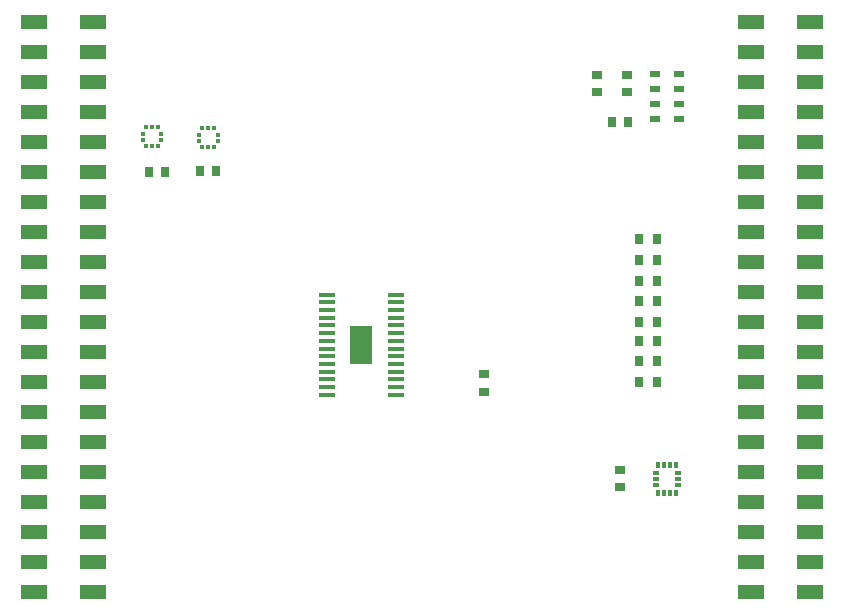
<source format=gbp>
G04*
G04 #@! TF.GenerationSoftware,Altium Limited,Altium Designer,24.9.1 (31)*
G04*
G04 Layer_Color=128*
%FSLAX25Y25*%
%MOIN*%
G70*
G04*
G04 #@! TF.SameCoordinates,7D32762B-F1F2-48CB-859E-5018DBA3761A*
G04*
G04*
G04 #@! TF.FilePolarity,Positive*
G04*
G01*
G75*
%ADD23R,0.02756X0.03543*%
%ADD24R,0.01378X0.01181*%
%ADD25R,0.01181X0.01378*%
%ADD26R,0.09016X0.05000*%
%ADD27R,0.03150X0.03543*%
%ADD28R,0.07480X0.12598*%
%ADD29R,0.05807X0.01772*%
%ADD30R,0.03543X0.02756*%
%ADD31R,0.03543X0.03150*%
%ADD32R,0.03740X0.02165*%
%ADD33R,0.02264X0.01378*%
%ADD34R,0.01378X0.02264*%
D23*
X240753Y171800D02*
D03*
X234847D02*
D03*
X240900Y199300D02*
D03*
X234995D02*
D03*
X240753Y151600D02*
D03*
X234847D02*
D03*
X240753Y165500D02*
D03*
X234847D02*
D03*
X240753Y178800D02*
D03*
X234847D02*
D03*
X240753Y158700D02*
D03*
X234847D02*
D03*
X234995Y192500D02*
D03*
X240900D02*
D03*
X234847Y185500D02*
D03*
X240753D02*
D03*
D24*
X88091Y232218D02*
D03*
Y234187D02*
D03*
X94390D02*
D03*
Y232218D02*
D03*
X75651Y234427D02*
D03*
X69352D02*
D03*
Y232458D02*
D03*
X75651D02*
D03*
D25*
X89272Y236352D02*
D03*
X91241D02*
D03*
X93209D02*
D03*
Y230053D02*
D03*
X91241D02*
D03*
X89272D02*
D03*
X74470Y236592D02*
D03*
X72502D02*
D03*
X70533D02*
D03*
Y230293D02*
D03*
X72502D02*
D03*
X74470D02*
D03*
D26*
X33059Y221800D02*
D03*
Y211800D02*
D03*
Y201800D02*
D03*
Y191800D02*
D03*
Y181800D02*
D03*
Y171800D02*
D03*
Y161800D02*
D03*
Y151800D02*
D03*
Y121800D02*
D03*
Y111800D02*
D03*
Y91800D02*
D03*
Y101800D02*
D03*
Y141800D02*
D03*
Y131800D02*
D03*
Y261800D02*
D03*
X52941D02*
D03*
Y251800D02*
D03*
Y241800D02*
D03*
Y231800D02*
D03*
Y221800D02*
D03*
Y211800D02*
D03*
Y201800D02*
D03*
Y191800D02*
D03*
Y181800D02*
D03*
Y171800D02*
D03*
Y161800D02*
D03*
Y151800D02*
D03*
Y141800D02*
D03*
Y131800D02*
D03*
Y121800D02*
D03*
Y111800D02*
D03*
Y101800D02*
D03*
Y91800D02*
D03*
X33059Y251800D02*
D03*
Y241800D02*
D03*
Y231800D02*
D03*
Y271800D02*
D03*
X52941D02*
D03*
X33059Y81800D02*
D03*
X52941D02*
D03*
X291941Y261800D02*
D03*
Y251800D02*
D03*
Y241800D02*
D03*
Y231800D02*
D03*
Y221800D02*
D03*
Y211800D02*
D03*
Y201800D02*
D03*
Y191800D02*
D03*
Y181800D02*
D03*
Y171800D02*
D03*
Y151800D02*
D03*
Y141800D02*
D03*
Y131800D02*
D03*
Y121800D02*
D03*
Y111800D02*
D03*
Y101800D02*
D03*
Y91800D02*
D03*
Y161800D02*
D03*
X272059Y261800D02*
D03*
Y251800D02*
D03*
Y241800D02*
D03*
Y231800D02*
D03*
Y221800D02*
D03*
Y211800D02*
D03*
Y201800D02*
D03*
Y191800D02*
D03*
Y181800D02*
D03*
Y171800D02*
D03*
Y161800D02*
D03*
Y151800D02*
D03*
Y121800D02*
D03*
Y91800D02*
D03*
Y101800D02*
D03*
Y111800D02*
D03*
Y141800D02*
D03*
Y131800D02*
D03*
X291941Y81800D02*
D03*
X272059D02*
D03*
X291941Y271800D02*
D03*
X272059D02*
D03*
D27*
X76863Y221800D02*
D03*
X71352D02*
D03*
X88485Y222153D02*
D03*
X93996D02*
D03*
X231276Y238322D02*
D03*
X225764D02*
D03*
D28*
X142300Y164200D02*
D03*
D29*
X130733Y180834D02*
D03*
Y178275D02*
D03*
Y170598D02*
D03*
Y168039D02*
D03*
Y165480D02*
D03*
Y162920D02*
D03*
Y160361D02*
D03*
Y157802D02*
D03*
Y155243D02*
D03*
Y152684D02*
D03*
X153867Y147566D02*
D03*
Y150125D02*
D03*
Y152684D02*
D03*
Y155243D02*
D03*
Y157802D02*
D03*
Y160361D02*
D03*
Y162920D02*
D03*
Y165480D02*
D03*
Y168039D02*
D03*
Y170598D02*
D03*
Y173157D02*
D03*
Y175716D02*
D03*
Y178275D02*
D03*
Y180834D02*
D03*
X130733Y173157D02*
D03*
Y175716D02*
D03*
Y147566D02*
D03*
Y150125D02*
D03*
D30*
X183100Y148547D02*
D03*
Y154453D02*
D03*
D31*
X228600Y116844D02*
D03*
Y122356D02*
D03*
X220736Y248544D02*
D03*
Y254056D02*
D03*
X230686Y248544D02*
D03*
Y254056D02*
D03*
D32*
X248235Y254282D02*
D03*
Y249361D02*
D03*
Y239518D02*
D03*
Y244439D02*
D03*
X240165Y254282D02*
D03*
Y249361D02*
D03*
Y244439D02*
D03*
Y239518D02*
D03*
D33*
X247700Y117463D02*
D03*
Y119431D02*
D03*
Y121400D02*
D03*
X240511D02*
D03*
Y119431D02*
D03*
Y117463D02*
D03*
D34*
X247058Y124010D02*
D03*
X245090D02*
D03*
X243121D02*
D03*
X241153D02*
D03*
Y114853D02*
D03*
X243121D02*
D03*
X245090D02*
D03*
X247058D02*
D03*
M02*

</source>
